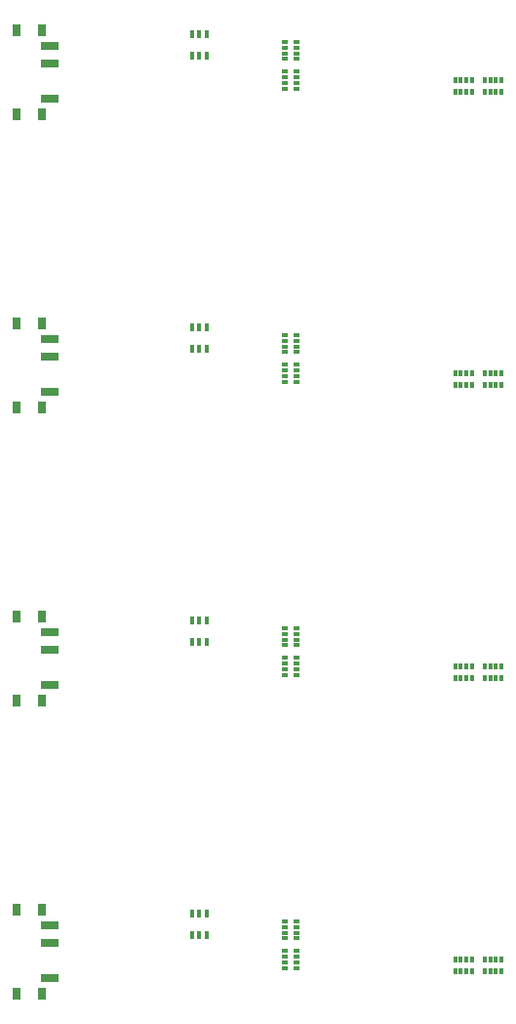
<source format=gbr>
G04 #@! TF.GenerationSoftware,KiCad,Pcbnew,(5.1.2)-1*
G04 #@! TF.CreationDate,2019-07-17T11:56:10+10:00*
G04 #@! TF.ProjectId,output.panel,6f757470-7574-42e7-9061-6e656c2e6b69,rev?*
G04 #@! TF.SameCoordinates,Original*
G04 #@! TF.FileFunction,Paste,Bot*
G04 #@! TF.FilePolarity,Positive*
%FSLAX46Y46*%
G04 Gerber Fmt 4.6, Leading zero omitted, Abs format (unit mm)*
G04 Created by KiCad (PCBNEW (5.1.2)-1) date 2019-07-17 11:56:10*
%MOMM*%
%LPD*%
G04 APERTURE LIST*
%ADD10R,0.400000X0.500000*%
%ADD11R,0.300000X0.500000*%
%ADD12R,0.400000X0.650000*%
%ADD13R,1.500000X0.700000*%
%ADD14R,0.800000X1.000000*%
%ADD15R,0.500000X0.400000*%
%ADD16R,0.500000X0.300000*%
G04 APERTURE END LIST*
D10*
X84500000Y-135900000D03*
D11*
X85000000Y-135900000D03*
D10*
X86000000Y-135900000D03*
D11*
X85500000Y-135900000D03*
D10*
X84500000Y-136900000D03*
D11*
X85500000Y-136900000D03*
X85000000Y-136900000D03*
D10*
X86000000Y-136900000D03*
X84500000Y-110500000D03*
D11*
X85000000Y-110500000D03*
D10*
X86000000Y-110500000D03*
D11*
X85500000Y-110500000D03*
D10*
X84500000Y-111500000D03*
D11*
X85500000Y-111500000D03*
X85000000Y-111500000D03*
D10*
X86000000Y-111500000D03*
X84500000Y-85100000D03*
D11*
X85000000Y-85100000D03*
D10*
X86000000Y-85100000D03*
D11*
X85500000Y-85100000D03*
D10*
X84500000Y-86100000D03*
D11*
X85500000Y-86100000D03*
X85000000Y-86100000D03*
D10*
X86000000Y-86100000D03*
D12*
X62950000Y-133800000D03*
X61650000Y-133800000D03*
X62300000Y-131900000D03*
X62300000Y-133800000D03*
X61650000Y-131900000D03*
X62950000Y-131900000D03*
X62950000Y-108400000D03*
X61650000Y-108400000D03*
X62300000Y-106500000D03*
X62300000Y-108400000D03*
X61650000Y-106500000D03*
X62950000Y-106500000D03*
X62950000Y-83000000D03*
X61650000Y-83000000D03*
X62300000Y-81100000D03*
X62300000Y-83000000D03*
X61650000Y-81100000D03*
X62950000Y-81100000D03*
D10*
X88550000Y-136900000D03*
D11*
X87550000Y-136900000D03*
X88050000Y-136900000D03*
D10*
X87050000Y-136900000D03*
D11*
X88050000Y-135900000D03*
D10*
X88550000Y-135900000D03*
D11*
X87550000Y-135900000D03*
D10*
X87050000Y-135900000D03*
X88550000Y-111500000D03*
D11*
X87550000Y-111500000D03*
X88050000Y-111500000D03*
D10*
X87050000Y-111500000D03*
D11*
X88050000Y-110500000D03*
D10*
X88550000Y-110500000D03*
D11*
X87550000Y-110500000D03*
D10*
X87050000Y-110500000D03*
X88550000Y-86100000D03*
D11*
X87550000Y-86100000D03*
X88050000Y-86100000D03*
D10*
X87050000Y-86100000D03*
D11*
X88050000Y-85100000D03*
D10*
X88550000Y-85100000D03*
D11*
X87550000Y-85100000D03*
D10*
X87050000Y-85100000D03*
D13*
X49330000Y-137450000D03*
X49330000Y-134450000D03*
X49330000Y-132950000D03*
D14*
X46470000Y-138850000D03*
X46470000Y-131550000D03*
X48680000Y-131550000D03*
X48680000Y-138850000D03*
D13*
X49330000Y-112050000D03*
X49330000Y-109050000D03*
X49330000Y-107550000D03*
D14*
X46470000Y-113450000D03*
X46470000Y-106150000D03*
X48680000Y-106150000D03*
X48680000Y-113450000D03*
D13*
X49330000Y-86650000D03*
X49330000Y-83650000D03*
X49330000Y-82150000D03*
D14*
X46470000Y-88050000D03*
X46470000Y-80750000D03*
X48680000Y-80750000D03*
X48680000Y-88050000D03*
D15*
X70700000Y-132550000D03*
D16*
X70700000Y-133550000D03*
X70700000Y-133050000D03*
D15*
X70700000Y-134050000D03*
D16*
X69700000Y-133050000D03*
D15*
X69700000Y-132550000D03*
D16*
X69700000Y-133550000D03*
D15*
X69700000Y-134050000D03*
X70700000Y-107150000D03*
D16*
X70700000Y-108150000D03*
X70700000Y-107650000D03*
D15*
X70700000Y-108650000D03*
D16*
X69700000Y-107650000D03*
D15*
X69700000Y-107150000D03*
D16*
X69700000Y-108150000D03*
D15*
X69700000Y-108650000D03*
X70700000Y-81750000D03*
D16*
X70700000Y-82750000D03*
X70700000Y-82250000D03*
D15*
X70700000Y-83250000D03*
D16*
X69700000Y-82250000D03*
D15*
X69700000Y-81750000D03*
D16*
X69700000Y-82750000D03*
D15*
X69700000Y-83250000D03*
X70700000Y-135150000D03*
D16*
X70700000Y-136150000D03*
X70700000Y-135650000D03*
D15*
X70700000Y-136650000D03*
D16*
X69700000Y-135650000D03*
D15*
X69700000Y-135150000D03*
D16*
X69700000Y-136150000D03*
D15*
X69700000Y-136650000D03*
X70700000Y-109750000D03*
D16*
X70700000Y-110750000D03*
X70700000Y-110250000D03*
D15*
X70700000Y-111250000D03*
D16*
X69700000Y-110250000D03*
D15*
X69700000Y-109750000D03*
D16*
X69700000Y-110750000D03*
D15*
X69700000Y-111250000D03*
X70700000Y-84350000D03*
D16*
X70700000Y-85350000D03*
X70700000Y-84850000D03*
D15*
X70700000Y-85850000D03*
D16*
X69700000Y-84850000D03*
D15*
X69700000Y-84350000D03*
D16*
X69700000Y-85350000D03*
D15*
X69700000Y-85850000D03*
X69700000Y-60450000D03*
D16*
X69700000Y-59950000D03*
D15*
X69700000Y-58950000D03*
D16*
X69700000Y-59450000D03*
D15*
X70700000Y-60450000D03*
D16*
X70700000Y-59450000D03*
X70700000Y-59950000D03*
D15*
X70700000Y-58950000D03*
X69700000Y-57850000D03*
D16*
X69700000Y-57350000D03*
D15*
X69700000Y-56350000D03*
D16*
X69700000Y-56850000D03*
D15*
X70700000Y-57850000D03*
D16*
X70700000Y-56850000D03*
X70700000Y-57350000D03*
D15*
X70700000Y-56350000D03*
D12*
X62950000Y-55700000D03*
X61650000Y-55700000D03*
X62300000Y-57600000D03*
X62300000Y-55700000D03*
X61650000Y-57600000D03*
X62950000Y-57600000D03*
D14*
X48680000Y-62650000D03*
X48680000Y-55350000D03*
X46470000Y-55350000D03*
X46470000Y-62650000D03*
D13*
X49330000Y-56750000D03*
X49330000Y-58250000D03*
X49330000Y-61250000D03*
D10*
X87050000Y-59700000D03*
D11*
X87550000Y-59700000D03*
D10*
X88550000Y-59700000D03*
D11*
X88050000Y-59700000D03*
D10*
X87050000Y-60700000D03*
D11*
X88050000Y-60700000D03*
X87550000Y-60700000D03*
D10*
X88550000Y-60700000D03*
X86000000Y-60700000D03*
D11*
X85000000Y-60700000D03*
X85500000Y-60700000D03*
D10*
X84500000Y-60700000D03*
D11*
X85500000Y-59700000D03*
D10*
X86000000Y-59700000D03*
D11*
X85000000Y-59700000D03*
D10*
X84500000Y-59700000D03*
M02*

</source>
